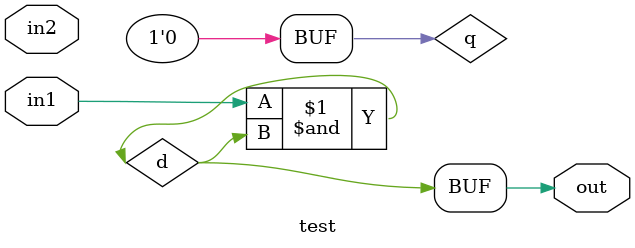
<source format=v>
`timescale 1ns / 1ps
module test( output out, input in1, input in2 );

    reg q = 0;
    wire d;
    
    assign d = in1 & d;
    assign out = d;
//    always@ (negedge clk or negedge rst)
//        begin
//            if (rst == 1'b0)
//                q <= 0;
//            else
//                q <= d; 
//        end
//    assign d = ~q;
//    assign div2_clk = q;

endmodule

</source>
